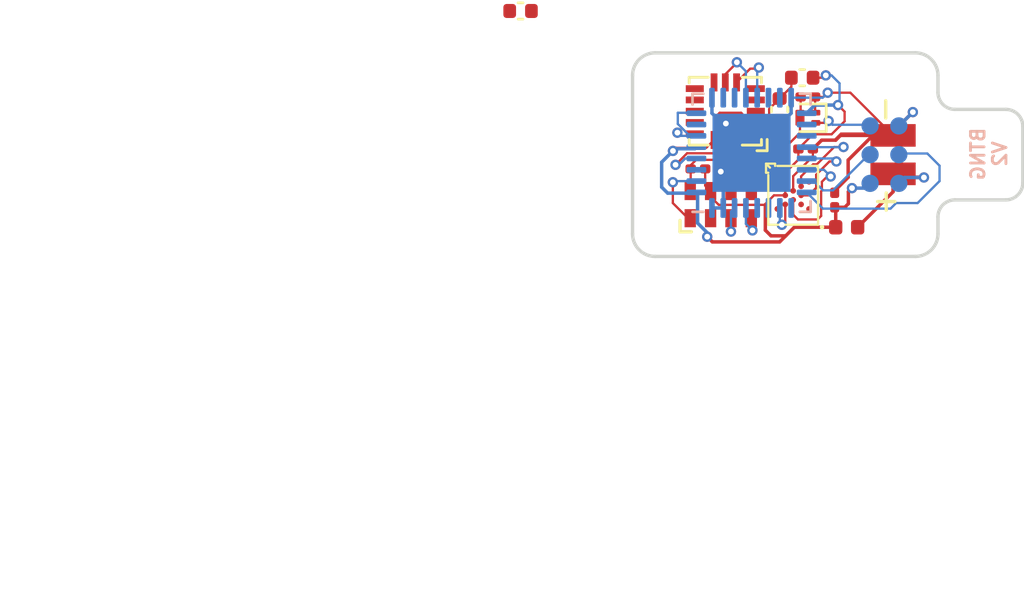
<source format=kicad_pcb>
(kicad_pcb (version 20211014) (generator pcbnew)
  (layers (0 "F.Cu" signal) (31 "B.Cu" signal) (34 "B.Paste" user) (35 "F.Paste" user) (36 "B.SilkS" user "B.Silkscreen") (37 "F.SilkS" user "F.Silkscreen") (38 "B.Mask" user) (39 "F.Mask" user) (44 "Edge.Cuts" user))
  (net 0 "")
  (net 1 "GND")
  (net 2 "VBAT")
  (net 3 "SWDIO")
  (net 4 "SWCLK")
  (net 5 "Net-(C502-Pad1)")
  (net 6 "RST")
  (net 7 "/clkout")
  (net 8 "/SCL")
  (net 9 "/SDA")
  (net 10 "VIN")
  (net 11 "Net-(R1-Pad1)")
  (net 12 "/AT25_MISO")
  (net 13 "/AT25_nCS")
  (net 14 "/AT25_MOSI")
  (net 15 "/AT25_SCK")
  (net 16 "WKUP4")
  (net 17 "ACCEL_CS")
  (net 18 "ACCEL_MISO")
  (net 19 "/ACCEL_SCK")
  (net 20 "ACCEL_MOSI")
  (net 39 "ADXL_SCK")
  (footprint "AccelTag:taghole1.1mm" (layer "F.Cu") (at 140.53 111.671)
    (fp_text reference "J303" hide)
    (fp_text value "Conn_01x01" hide)
    (pad "" np_thru_hole circle locked (at 0 0) (size 1.1 1.1) (drill 1.1) (layers *.Cu *.Mask))
  )
  (footprint "AccelTag:MS621" (layer "F.Cu") (at 150.795 108.441 180)
    (fp_text reference "J401" hide)
    (fp_text value "CONN_01X02" hide)
    (fp_text user "-" (at 0.4 2 90) (layer "F.SilkS"))
    (fp_text user "+" (at 0.3 -2) (layer "F.SilkS"))
    (pad "1" smd rect locked (at 0 -0.85 180) (size 2 1) (layers "F.Cu" "F.Mask") (net 2 "VBAT"))
    (pad "2" smd rect locked (at 0 0.85 180) (size 2 1) (layers "F.Cu" "F.Mask") (net 1 "GND"))
  )
  (footprint "Capacitor_SMD:C_0402_1005Metric" (layer "F.Cu") (at 145.78 106.441 90)
    (fp_text reference "C404" hide)
    (fp_text value "22uf" hide)
    (fp_line (start -0.107836 -0.36) (end 0.107836 -0.36) (layer "F.SilkS") (width 0.12))
    (fp_line (start -0.107836 0.36) (end 0.107836 0.36) (layer "F.SilkS") (width 0.12))
    (pad "1" smd roundrect (at -0.48 0 90) (size 0.56 0.62) (layers "F.Cu" "F.Paste" "F.Mask") (net 10 "VIN"))
    (pad "2" smd roundrect (at 0.48 0 90) (size 0.56 0.62) (layers "F.Cu" "F.Paste" "F.Mask") (net 1 "GND"))
  )
  (footprint "AccelTag:RV-8803-C7" (layer "F.Cu") (at 143.18 110.651 90)
    (fp_text reference "U501" hide)
    (fp_text value "RV-3028-C7" hide)
    (fp_line (start -0.7 -1.8) (end -1.2 -1.8) (layer "F.SilkS") (width 0.15))
    (fp_line (start -1.2 -1.8) (end -1.2 -1.3) (layer "F.SilkS") (width 0.15))
    (pad "1" smd rect locked (at -0.6 -1.35 90) (size 0.8 0.5) (layers "F.Cu" "F.Paste" "F.Mask") (net 7 "/clkout"))
    (pad "2" smd rect locked (at -0.6 -0.45 90) (size 0.8 0.5) (layers "F.Cu" "F.Paste" "F.Mask"))
    (pad "3" smd rect locked (at -0.6 0.45 90) (size 0.8 0.5) (layers "F.Cu" "F.Paste" "F.Mask") (net 8 "/SCL"))
    (pad "4" smd rect locked (at -0.6 1.35 90) (size 0.8 0.5) (layers "F.Cu" "F.Paste" "F.Mask") (net 9 "/SDA"))
    (pad "5" smd rect locked (at 0.6 1.35 90) (size 0.8 0.5) (layers "F.Cu" "F.Paste" "F.Mask") (net 1 "GND"))
    (pad "6" smd rect locked (at 0.6 0.45 90) (size 0.8 0.5) (layers "F.Cu" "F.Paste" "F.Mask") (net 11 "Net-(R1-Pad1)"))
    (pad "7" smd rect locked (at 0.6 -0.45 90) (size 0.8 0.5) (layers "F.Cu" "F.Paste" "F.Mask") (net 10 "VIN"))
    (pad "8" smd rect locked (at 0.6 -1.35 90) (size 0.8 0.5) (layers "F.Cu" "F.Paste" "F.Mask") (net 1 "GND"))
  )
  (footprint "Resistor_SMD:R_0201_0603Metric" (layer "F.Cu") (at 144.175 109.051)
    (fp_text reference "R1" hide)
    (fp_text value "10k" hide)
    (pad "1" smd roundrect (at -0.32 0) (size 0.46 0.4) (layers "F.Cu" "F.Mask") (net 11 "Net-(R1-Pad1)"))
    (pad "2" smd roundrect (at 0.32 0) (size 0.46 0.4) (layers "F.Cu" "F.Mask") (net 1 "GND"))
  )
  (footprint "Capacitor_SMD:C_0201_0603Metric" (layer "F.Cu") (at 148.2144 110.4484 90)
    (fp_text reference "C501" hide)
    (fp_text value "0.1uf" hide)
    (pad "1" smd roundrect (at -0.32 0 90) (size 0.46 0.4) (layers "F.Cu" "F.Mask") (net 10 "VIN"))
    (pad "2" smd roundrect (at 0.32 0 90) (size 0.46 0.4) (layers "F.Cu" "F.Mask") (net 1 "GND"))
  )
  (footprint "Capacitor_SMD:C_0201_0603Metric" (layer "F.Cu") (at 146.93 108.191)
    (fp_text reference "C503" hide)
    (fp_text value "0.1uf" hide)
    (pad "1" smd roundrect (at -0.32 0) (size 0.46 0.4) (layers "F.Cu" "F.Mask") (net 10 "VIN"))
    (pad "2" smd roundrect (at 0.32 0) (size 0.46 0.4) (layers "F.Cu" "F.Mask") (net 1 "GND"))
  )
  (footprint "Diode_SMD:D_0402_1005Metric" (layer "F.Cu") (at 148.745 111.65)
    (fp_text reference "D401" hide)
    (fp_text value "D" hide)
    (fp_circle (center -1.09 0) (end -1.04 0) (layer "F.SilkS") (width 0.1) (fill none))
    (pad "1" smd roundrect locked (at -0.485 0) (size 0.59 0.64) (layers "F.Cu" "F.Paste" "F.Mask") (net 10 "VIN"))
    (pad "2" smd roundrect locked (at 0.485 0) (size 0.59 0.64) (layers "F.Cu" "F.Paste" "F.Mask") (net 2 "VBAT"))
  )
  (footprint "AccelTag:adesto_wlcsp12" (layer "F.Cu") (at 146.38 110.241)
    (fp_text reference "U1" hide)
    (fp_text value "at25ex321D-UUN" hide)
    (fp_line (start -1.2 -1.4) (end -1.025 -1.225) (layer "F.SilkS") (width 0.1))
    (fp_line (start 1.1 1.3) (end 1.1 -1.3) (layer "F.SilkS") (width 0.1))
    (fp_line (start -1.2 -1) (end -1.2 -1.4) (layer "F.SilkS") (width 0.1))
    (fp_line (start -1.1 1.3) (end 1.1 1.3) (layer "F.SilkS") (width 0.1))
    (fp_line (start 1.1 -1.3) (end -0.7 -1.3) (layer "F.SilkS") (width 0.1))
    (fp_line (start -1.1 1.3) (end -1.1 -0.9) (layer "F.SilkS") (width 0.1))
    (fp_line (start -1.2 -1) (end -1.1 -1) (layer "F.SilkS") (width 0.1))
    (fp_line (start -0.8 -1.4) (end -0.8 -1.3) (layer "F.SilkS") (width 0.1))
    (fp_line (start -0.8 -1.4) (end -1.2 -1.4) (layer "F.SilkS") (width 0.1))
    (pad "A1" smd circle locked (at -0.7 -0.6) (size 0.25 0.25) (layers "F.Cu" "F.Paste" "F.Mask"))
    (pad "A5" smd circle locked (at 0.7 -0.6) (size 0.25 0.25) (layers "F.Cu" "F.Paste" "F.Mask"))
    (pad "B2" smd circle locked (at -0.35 -0.4) (size 0.25 0.25) (layers "F.Cu" "F.Paste" "F.Mask") (net 10 "VIN"))
    (pad "B4" smd circle locked (at 0.35 -0.4) (size 0.25 0.25) (layers "F.Cu" "F.Paste" "F.Mask") (net 13 "/AT25_nCS"))
    (pad "C3" smd circle locked (at 0 -0.2) (size 0.25 0.25) (layers "F.Cu" "F.Paste" "F.Mask") (net 1 "GND"))
    (pad "D2" smd circle locked (at -0.35 0) (size 0.25 0.25) (layers "F.Cu" "F.Paste" "F.Mask") (net 10 "VIN"))
    (pad "D4" smd circle locked (at 0.35 0) (size 0.25 0.25) (layers "F.Cu" "F.Paste" "F.Mask") (net 12 "/AT25_MISO"))
    (pad "E3" smd circle locked (at 0 0.2) (size 0.25 0.25) (layers "F.Cu" "F.Paste" "F.Mask") (net 14 "/AT25_MOSI"))
    (pad "F2" smd circle locked (at -0.35 0.4) (size 0.25 0.25) (layers "F.Cu" "F.Paste" "F.Mask") (net 15 "/AT25_SCK"))
    (pad "F4" smd circle locked (at 0.35 0.4) (size 0.25 0.25) (layers "F.Cu" "F.Paste" "F.Mask"))
    (pad "G1" smd circle locked (at -0.7 0.6) (size 0.25 0.25) (layers "F.Cu" "F.Paste" "F.Mask"))
    (pad "G5" smd circle locked (at 0.7 0.6) (size 0.25 0.25) (layers "F.Cu" "F.Paste" "F.Mask"))
  )
  (footprint "Capacitor_SMD:C_0201_0603Metric" (layer "F.Cu") (at 147.03 105.891)
    (fp_text reference "C502" hide)
    (fp_text value "0.1uf" hide)
    (pad "1" smd roundrect (at -0.32 0) (size 0.46 0.4) (layers "F.Cu" "F.Mask") (net 5 "Net-(C502-Pad1)"))
    (pad "2" smd roundrect (at 0.32 0) (size 0.46 0.4) (layers "F.Cu" "F.Mask") (net 1 "GND"))
  )
  (footprint "AccelTag:taghole1.1mm" (layer "F.Cu") (at 140.53 105.191)
    (fp_text reference "J304" hide)
    (fp_text value "Conn_01x01" hide)
    (pad "" np_thru_hole circle locked (at 0 0) (size 1.1 1.1) (drill 1.1) (layers *.Cu *.Mask))
  )
  (footprint "AccelTag:taghole1.1mm" (layer "F.Cu") (at 151.5 111.691)
    (fp_text reference "J301" hide)
    (fp_text value "Conn_01x01" hide)
    (pad "" np_thru_hole circle locked (at 0 0) (size 1.1 1.1) (drill 1.1) (layers *.Cu *.Mask))
  )
  (footprint "AccelTag:taghole1.1mm" (layer "F.Cu") (at 151.5 105.191)
    (fp_text reference "J302" hide)
    (fp_text value "Conn_01x01" hide)
    (pad "" np_thru_hole circle locked (at 0 0) (size 1.1 1.1) (drill 1.1) (layers *.Cu *.Mask))
  )
  (footprint "Package_TO_SOT_SMD:SOT-883" (layer "F.Cu") (at 147.03 106.811 180)
    (fp_text reference "Q501" hide)
    (fp_text value "Q_NPN_BEC" hide)
    (fp_line (start -0.81 -0.61) (end 0.35 -0.61) (layer "F.SilkS") (width 0.12))
    (fp_line (start -0.81 0.61) (end -0.81 -0.61) (layer "F.SilkS") (width 0.12))
    (fp_line (start 0.35 0.61) (end -0.81 0.61) (layer "F.SilkS") (width 0.12))
    (pad "1" smd roundrect (at -0.35 -0.225 180) (size 0.4 0.25) (layers "F.Cu" "F.Paste" "F.Mask") (roundrect_rratio 0.2) (net 6 "RST"))
    (pad "2" smd roundrect (at -0.35 0.225 180) (size 0.4 0.25) (layers "F.Cu" "F.Paste" "F.Mask") (roundrect_rratio 0.2) (net 1 "GND"))
    (pad "3" smd roundrect (at 0.35 0 180) (size 0.4 0.7) (layers "F.Cu" "F.Paste" "F.Mask") (roundrect_rratio 0.125) (net 5 "Net-(C502-Pad1)"))
  )
  (footprint "Capacitor_SMD:C_0201_0603Metric" (layer "F.Cu") (at 142.17 109.071 180)
    (fp_text reference "C2" hide)
    (fp_text value "0.1uf" hide)
    (pad "1" smd roundrect (at -0.32 0 180) (size 0.46 0.4) (layers "F.Cu" "F.Mask") (net 10 "VIN"))
    (pad "2" smd roundrect (at 0.32 0 180) (size 0.46 0.4) (layers "F.Cu" "F.Mask") (net 1 "GND"))
  )
  (footprint "AccelTag:ADXL362" (layer "F.Cu") (at 143.38 106.52115 180)
    (fp_text reference "U2" hide)
    (fp_text value "adxl362" hide)
    (fp_line (start 0.7493 -1.4986) (end 1.59766 -1.4986) (layer "F.SilkS") (width 0.127))
    (fp_line (start 1.59766 1.4986) (end 1.59766 1.24968) (layer "F.SilkS") (width 0.127))
    (fp_line (start -1.59766 -1.4986) (end -1.59766 -1.24968) (layer "F.SilkS") (width 0.127))
    (fp_line (start -1.59766 1.4986) (end -1.59766 1.24968) (layer "F.SilkS") (width 0.127))
    (fp_line (start -0.7493 -1.4986) (end -1.59766 -1.4986) (layer "F.SilkS") (width 0.127))
    (fp_line (start 1.59766 -1.4986) (end 1.59766 -1.24968) (layer "F.SilkS") (width 0.127))
    (fp_line (start -1.84912 -1.24968) (end -1.84912 -1.74752) (layer "F.SilkS") (width 0.127))
    (fp_line (start -0.7493 1.4986) (end -1.59766 1.4986) (layer "F.SilkS") (width 0.127))
    (fp_line (start 0.7493 1.4986) (end 1.59766 1.4986) (layer "F.SilkS") (width 0.127))
    (fp_line (start -1.84912 -1.74752) (end -1.39954 -1.74752) (layer "F.SilkS") (width 0.127))
    (pad "1" smd rect locked (at -1.34874 -0.99822 180) (size 0.79756 0.29972) (layers "F.Cu" "F.Paste" "F.Mask") (net 10 "VIN"))
    (pad "2" smd rect locked (at -1.34874 -0.49784 180) (size 0.79756 0.29972) (layers "F.Cu" "F.Paste" "F.Mask") (net 1 "GND"))
    (pad "3" smd rect locked (at -1.34874 0 180) (size 0.79756 0.29972) (layers "F.Cu" "F.Paste" "F.Mask"))
    (pad "4" smd rect locked (at -1.34874 0.49784 180) (size 0.79756 0.29972) (layers "F.Cu" "F.Paste" "F.Mask") (net 39 "ADXL_SCK"))
    (pad "5" smd rect locked (at -1.34874 0.99822 180) (size 0.79756 0.29972) (layers "F.Cu" "F.Paste" "F.Mask"))
    (pad "6" smd rect locked (at -0.49784 1.27254 270) (size 0.79756 0.29972) (layers "F.Cu" "F.Paste" "F.Mask") (net 20 "ACCEL_MOSI"))
    (pad "7" smd rect locked (at 0 1.27254 270) (size 0.79756 0.29972) (layers "F.Cu" "F.Paste" "F.Mask") (net 18 "ACCEL_MISO"))
    (pad "8" smd rect locked (at 0.49784 1.27254 270) (size 0.79756 0.29972) (layers "F.Cu" "F.Paste" "F.Mask") (net 17 "ACCEL_CS"))
    (pad "9" smd rect locked (at 1.34874 0.99822 180) (size 0.79756 0.29972) (layers "F.Cu" "F.Paste" "F.Mask") (net 16 "WKUP4"))
    (pad "10" smd rect locked (at 1.34874 0.49784 180) (size 0.79756 0.29972) (layers "F.Cu" "F.Paste" "F.Mask"))
    (pad "11" smd rect locked (at 1.34874 0 180) (size 0.79756 0.29972) (layers "F.Cu" "F.Paste" "F.Mask"))
    (pad "12" smd rect locked (at 1.34874 -0.49784 180) (size 0.79756 0.29972) (layers "F.Cu" "F.Paste" "F.Mask") (net 1 "GND"))
    (pad "13" smd rect locked (at 1.34874 -0.99822 180) (size 0.79756 0.29972) (layers "F.Cu" "F.Paste" "F.Mask") (net 1 "GND"))
    (pad "14" smd rect locked (at 0.49784 -1.27254 270) (size 0.79756 0.29972) (layers "F.Cu" "F.Paste" "F.Mask") (net 10 "VIN"))
    (pad "15" smd rect locked (at 0 -1.27254 270) (size 0.79756 0.29972) (layers "F.Cu" "F.Paste" "F.Mask") (net 1 "GND"))
    (pad "16" smd rect locked (at -0.49784 -1.27254 270) (size 0.79756 0.29972) (layers "F.Cu" "F.Paste" "F.Mask") (net 1 "GND"))
  )
  (footprint "Capacitor_SMD:C_0402_1005Metric" (layer "F.Cu") (at 146.78 105.041 180)
    (fp_text reference "C4" hide)
    (fp_text value "22uf" hide)
    (fp_line (start -0.107836 -0.36) (end 0.107836 -0.36) (layer "F.SilkS") (width 0.12))
    (fp_line (start -0.107836 0.36) (end 0.107836 0.36) (layer "F.SilkS") (width 0.12))
    (pad "1" smd roundrect (at -0.48 0 180) (size 0.56 0.62) (layers "F.Cu" "F.Paste" "F.Mask") (net 10 "VIN"))
    (pad "2" smd roundrect (at 0.48 0 180) (size 0.56 0.62) (layers "F.Cu" "F.Paste" "F.Mask") (net 1 "GND"))
  )
  (footprint "Capacitor_SMD:C_0402_1005Metric" (layer "F.Cu") (at 134.33 102.091)
    (fp_text reference "C1" hide)
    (fp_text value "0.1uf")
    (fp_line (start -0.107836 -0.36) (end 0.107836 -0.36) (layer "F.SilkS") (width 0.12))
    (fp_line (start -0.107836 0.36) (end 0.107836 0.36) (layer "F.SilkS") (width 0.12))
    (pad "1" smd roundrect (at -0.48 0) (size 0.56 0.62) (layers "F.Cu" "F.Paste" "F.Mask") (net 10 "VIN"))
    (pad "2" smd roundrect (at 0.48 0) (size 0.56 0.62) (layers "F.Cu" "F.Paste" "F.Mask") (net 1 "GND"))
  )
  (footprint "AccelTag:tagpoints6" (layer "B.Cu") (at 150.415 108.441 90)
    (fp_text reference "J201" hide)
    (fp_text value "CONN_02X04" hide)
    (pad "1" smd circle locked (at -1.27 -0.635 90) (size 0.762 0.762) (layers "B.Cu" "B.Mask") (net 10 "VIN"))
    (pad "2" smd circle locked (at -1.27 0.635 90) (size 0.762 0.762) (layers "B.Cu" "B.Mask") (net 2 "VBAT"))
    (pad "3" smd circle locked (at 0 -0.635 90) (size 0.762 0.762) (layers "B.Cu" "B.Mask") (net 3 "SWDIO"))
    (pad "4" smd circle locked (at 0 0.635 90) (size 0.762 0.762) (layers "B.Cu" "B.Mask") (net 4 "SWCLK"))
    (pad "5" smd circle locked (at 1.27 -0.635 90) (size 0.762 0.762) (layers "B.Cu" "B.Mask") (net 6 "RST"))
    (pad "6" smd circle locked (at 1.27 0.635 90) (size 0.762 0.762) (layers "B.Cu" "B.Mask") (net 1 "GND"))
  )
  (footprint "Package_DFN_QFN:QFN-32-1EP_5x5mm_P0.5mm_EP3.45x3.45mm" (layer "B.Cu") (at 144.54 108.361)
    (fp_text reference "U302" hide)
    (fp_text value "stm32l431kc" hide)
    (fp_line (start 2.61 2.61) (end 2.61 2.135) (layer "B.SilkS") (width 0.12))
    (fp_line (start -2.61 -2.61) (end -2.61 -2.135) (layer "B.SilkS") (width 0.12))
    (fp_line (start 2.135 2.61) (end 2.61 2.61) (layer "B.SilkS") (width 0.12))
    (fp_line (start -2.135 2.61) (end -2.61 2.61) (layer "B.SilkS") (width 0.12))
    (fp_line (start -2.135 -2.61) (end -2.61 -2.61) (layer "B.SilkS") (width 0.12))
    (fp_line (start 2.135 -2.61) (end 2.61 -2.61) (layer "B.SilkS") (width 0.12))
    (fp_line (start 2.61 -2.61) (end 2.61 -2.135) (layer "B.SilkS") (width 0.12))
    (pad "1" smd roundrect (at -2.4375 1.75) (size 0.875 0.25) (layers "B.Cu" "B.Paste" "B.Mask") (net 10 "VIN"))
    (pad "2" smd roundrect (at -2.4375 1.25) (size 0.875 0.25) (layers "B.Cu" "B.Paste" "B.Mask") (net 7 "/clkout"))
    (pad "3" smd roundrect (at -2.4375 0.75) (size 0.875 0.25) (layers "B.Cu" "B.Paste" "B.Mask"))
    (pad "4" smd roundrect (at -2.4375 0.25) (size 0.875 0.25) (layers "B.Cu" "B.Paste" "B.Mask") (net 5 "Net-(C502-Pad1)"))
    (pad "5" smd roundrect (at -2.4375 -0.25) (size 0.875 0.25) (layers "B.Cu" "B.Paste" "B.Mask") (net 10 "VIN"))
    (pad "6" smd roundrect (at -2.4375 -0.75) (size 0.875 0.25) (layers "B.Cu" "B.Paste" "B.Mask") (net 16 "WKUP4"))
    (pad "7" smd roundrect (at -2.4375 -1.25) (size 0.875 0.25) (layers "B.Cu" "B.Paste" "B.Mask"))
    (pad "8" smd roundrect (at -2.4375 -1.75) (size 0.875 0.25) (layers "B.Cu" "B.Paste" "B.Mask") (net 16 "WKUP4"))
    (pad "9" smd roundrect (at -1.75 -2.4375) (size 0.25 0.875) (layers "B.Cu" "B.Paste" "B.Mask") (net 1 "GND"))
    (pad "10" smd roundrect (at -1.25 -2.4375) (size 0.25 0.875) (layers "B.Cu" "B.Paste" "B.Mask") (net 17 "ACCEL_CS"))
    (pad "11" smd roundrect (at -0.75 -2.4375) (size 0.25 0.875) (layers "B.Cu" "B.Paste" "B.Mask") (net 19 "/ACCEL_SCK"))
    (pad "12" smd roundrect (at -0.25 -2.4375) (size 0.25 0.875) (layers "B.Cu" "B.Paste" "B.Mask") (net 18 "ACCEL_MISO"))
    (pad "13" smd roundrect (at 0.25 -2.4375) (size 0.25 0.875) (layers "B.Cu" "B.Paste" "B.Mask") (net 20 "ACCEL_MOSI"))
    (pad "14" smd roundrect (at 0.75 -2.4375) (size 0.25 0.875) (layers "B.Cu" "B.Paste" "B.Mask"))
    (pad "15" smd roundrect (at 1.25 -2.4375) (size 0.25 0.875) (layers "B.Cu" "B.Paste" "B.Mask"))
    (pad "16" smd roundrect (at 1.75 -2.4375) (size 0.25 0.875) (layers "B.Cu" "B.Paste" "B.Mask") (net 1 "GND"))
    (pad "17" smd roundrect (at 2.4375 -1.75) (size 0.875 0.25) (layers "B.Cu" "B.Paste" "B.Mask") (net 10 "VIN"))
    (pad "18" smd roundrect (at 2.4375 -1.25) (size 0.875 0.25) (layers "B.Cu" "B.Paste" "B.Mask"))
    (pad "19" smd roundrect (at 2.4375 -0.75) (size 0.875 0.25) (layers "B.Cu" "B.Paste" "B.Mask"))
    (pad "20" smd roundrect (at 2.4375 -0.25) (size 0.875 0.25) (layers "B.Cu" "B.Paste" "B.Mask") (net 13 "/AT25_nCS"))
    (pad "21" smd roundrect (at 2.4375 0.25) (size 0.875 0.25) (layers "B.Cu" "B.Paste" "B.Mask") (net 12 "/AT25_MISO"))
    (pad "22" smd roundrect (at 2.4375 0.75) (size 0.875 0.25) (layers "B.Cu" "B.Paste" "B.Mask") (net 14 "/AT25_MOSI"))
    (pad "23" smd roundrect (at 2.4375 1.25) (size 0.875 0.25) (layers "B.Cu" "B.Paste" "B.Mask") (net 3 "SWDIO"))
    (pad "24" smd roundrect (at 2.4375 1.75) (size 0.875 0.25) (layers "B.Cu" "B.Paste" "B.Mask") (net 4 "SWCLK"))
    (pad "25" smd roundrect (at 1.75 2.4375) (size 0.25 0.875) (layers "B.Cu" "B.Paste" "B.Mask"))
    (pad "26" smd roundrect (at 1.25 2.4375) (size 0.25 0.875) (layers "B.Cu" "B.Paste" "B.Mask") (net 15 "/AT25_SCK"))
    (pad "27" smd roundrect (at 0.75 2.4375) (size 0.25 0.875) (layers "B.Cu" "B.Paste" "B.Mask"))
    (pad "28" smd roundrect (at 0.25 2.4375) (size 0.25 0.875) (layers "B.Cu" "B.Paste" "B.Mask"))
    (pad "29" smd roundrect (at -0.25 2.4375) (size 0.25 0.875) (layers "B.Cu" "B.Paste" "B.Mask") (net 9 "/SDA"))
    (pad "30" smd roundrect (at -0.75 2.4375) (size 0.25 0.875) (layers "B.Cu" "B.Paste" "B.Mask") (net 8 "/SCL"))
    (pad "31" smd roundrect (at -1.25 2.4375) (size 0.25 0.875) (layers "B.Cu" "B.Paste" "B.Mask") (net 1 "GND"))
    (pad "32" smd roundrect (at -1.75 2.4375) (size 0.25 0.875) (layers "B.Cu" "B.Paste" "B.Mask") (net 1 "GND"))
    (pad "33" smd rect (at 0 0) (size 3.45 3.45) (layers "B.Cu" "B.Mask") (net 1 "GND"))
  )
  (gr_line (start 139.28 111.941) (end 139.28 104.941) (layer "Edge.Cuts") (width 0.15))
  (gr_line (start 152.78 104.941) (end 152.78 105.691) (layer "Edge.Cuts") (width 0.15))
  (gr_line (start 156.53 107.191) (end 156.53 109.691) (layer "Edge.Cuts") (width 0.15))
  (gr_line (start 152.78 111.941) (end 152.78 111.191) (layer "Edge.Cuts") (width 0.15))
  (gr_arc (start 156.53 109.691) (mid 156.31033 110.22133) (end 155.78 110.441) (layer "Edge.Cuts") (width 0.15))
  (gr_arc (start 151.78 103.941) (mid 152.487107 104.233893) (end 152.78 104.941) (layer "Edge.Cuts") (width 0.15))
  (gr_arc (start 153.53 106.441) (mid 152.99967 106.22133) (end 152.78 105.691) (layer "Edge.Cuts") (width 0.15))
  (gr_line (start 153.53 110.441) (end 155.78 110.441) (layer "Edge.Cuts") (width 0.15))
  (gr_arc (start 152.78 111.191) (mid 152.99967 110.66067) (end 153.53 110.441) (layer "Edge.Cuts") (width 0.15))
  (gr_arc (start 152.78 111.941) (mid 152.487107 112.648107) (end 151.78 112.941) (layer "Edge.Cuts") (width 0.15))
  (gr_line (start 153.53 106.441) (end 155.78 106.441) (layer "Edge.Cuts") (width 0.15))
  (gr_arc (start 139.28 104.941) (mid 139.572893 104.233893) (end 140.28 103.941) (layer "Edge.Cuts") (width 0.15))
  (gr_arc (start 155.78 106.441) (mid 156.31033 106.66067) (end 156.53 107.191) (layer "Edge.Cuts") (width 0.15))
  (gr_line (start 140.28 103.941) (end 151.78 103.941) (layer "Edge.Cuts") (width 0.15))
  (gr_line (start 151.78 112.941) (end 140.28 112.941) (layer "Edge.Cuts") (width 0.15))
  (gr_arc (start 140.28 112.941) (mid 139.572893 112.648107) (end 139.28 111.941) (layer "Edge.Cuts") (width 0.15))
  (gr_text "BTNG\nV2" (at 155.03 108.411 90) (layer "B.SilkS") (effects (font (size 0.6 0.6) (thickness 0.125)) (justify mirror)))
  (segment (start 142.09 108.671) (end 143.05 108.671) (width 0.1016) (layer "F.Cu") (net 1))
  (segment (start 147.641 107.795) (end 147.641 107.8) (width 0.1016) (layer "F.Cu") (net 1))
  (segment (start 143.405 107.066) (end 143.405 107.32085) (width 0.1016) (layer "F.Cu") (net 1))
  (segment (start 143.05 108.671) (end 143.05 109.061) (width 0.1016) (layer "F.Cu") (net 1))
  (segment (start 143.38 107.79369) (end 143.38 107.091) (width 0.1016) (layer "F.Cu") (net 1))
  (segment (start 149.9 107.591) (end 148.81 108.681) (width 0.1524) (layer "F.Cu") (net 1))
  (segment (start 148.471268 107.591) (end 150.795 107.591) (width 0.1524) (layer "F.Cu") (net 1))
  (segment (start 144.495 109.051) (end 144.495 109.986) (width 0.1016) (layer "F.Cu") (net 1))
  (segment (start 143.38 107.091) (end 143.405 107.066) (width 0.1016) (layer "F.Cu") (net 1))
  (segment (start 150.84 107.511) (end 148.494375 107.511) (width 0.1016) (layer "F.Cu") (net 1))
  (segment (start 145.3176 106.4234) (end 145.78 105.961) (width 0.1016) (layer "F.Cu") (net 1))
  (segment (start 143.05 109.061) (end 143.18 109.191) (width 0.1016) (layer "F.Cu") (net 1))
  (segment (start 148.494375 107.511) (end 148.210375 107.795) (width 0.1016) (layer "F.Cu") (net 1))
  (segment (start 143.18 109.191) (end 143.18 109.085171) (width 0.1016) (layer "F.Cu") (net 1))
  (segment (start 147.25 108.191) (end 147.25 108.521) (width 0.1016) (layer "F.Cu") (net 1))
  (segment (start 141.85 108.911) (end 142.09 108.671) (width 0.1016) (layer "F.Cu") (net 1))
  (segment (start 150.795 107.591) (end 150.795 107.436) (width 0.1524) (layer "F.Cu") (net 1))
  (segment (start 147.25 108.191) (end 147.64 107.801) (width 0.1524) (layer "F.Cu") (net 1))
  (segment (start 148.261268 107.801) (end 148.471268 107.591) (width 0.1524) (layer "F.Cu") (net 1))
  (segment (start 146.38 109.391) (end 146.38 110.041) (width 0.1016) (layer "F.Cu") (net 1))
  (segment (start 143.53 106.941) (end 143.405 107.066) (width 0.1016) (layer "F.Cu") (net 1))
  (segment (start 147.35 106.556) (end 147.38 106.586) (width 0.1016) (layer "F.Cu") (net 1))
  (segment (start 144.38 108.6355) (end 144.495 108.7505) (width 0.1016) (layer "F.Cu") (net 1))
  (segment (start 143.629671 108.6355) (end 144.38 108.6355) (width 0.1016) (layer "F.Cu") (net 1))
  (segment (start 147.641 107.8) (end 147.25 108.191) (width 0.1016) (layer "F.Cu") (net 1))
  (segment (start 150.795 107.591) (end 149.9 107.591) (width 0.1524) (layer "F.Cu") (net 1))
  (segment (start 147.718934 105.891) (end 147.906337 105.703597) (width 0.1016) (layer "F.Cu") (net 1))
  (segment (start 145.22912 107.01899) (end 145.3176 106.93051) (width 0.1016) (layer "F.Cu") (net 1))
  (segment (start 147.64 107.801) (end 148.261268 107.801) (width 0.1524) (layer "F.Cu") (net 1))
  (segment (start 148.2144 110.1284) (end 148.2144 110.040021) (width 0.1524) (layer "F.Cu") (net 1))
  (segment (start 148.81 109.444421) (end 148.81 108.681) (width 0.1524) (layer "F.Cu") (net 1))
  (segment (start 141.85 109.071) (end 141.85 109.931) (width 0.1016) (layer "F.Cu") (net 1))
  (segment (start 141.85 109.931) (end 141.73 110.051) (width 0.1016) (layer "F.Cu") (net 1))
  (segment (start 150.79 107.361) (end 150.64 107.511) (width 0.1016) (layer "F.Cu") (net 1))
  (segment (start 148.2144 110.040021) (end 148.81 109.444421) (width 0.1524) (layer "F.Cu") (net 1))
  (segment (start 148.907597 105.703597) (end 150.795 107.591) (width 0.1016) (layer "F.Cu") (net 1))
  (segment (start 141.85 109.001) (end 141.85 109.000171) (width 0.1016) (layer "F.Cu") (net 1))
  (segment (start 147.906337 105.703597) (end 148.907597 105.703597) (width 0.1016) (layer "F.Cu") (net 1))
  (segment (start 146.3 105.441) (end 145.78 105.961) (width 0.1016) (layer "F.Cu") (net 1))
  (segment (start 149.956 107.511) (end 150.84 107.511) (width 0.1016) (layer "F.Cu") (net 1))
  (segment (start 147.35 105.891) (end 147.718934 105.891) (width 0.1016) (layer "F.Cu") (net 1))
  (segment (start 150.795 107.436) (end 151.67 106.561) (width 0.1524) (layer "F.Cu") (net 1))
  (segment (start 144.72874 107.01899) (end 145.22912 107.01899) (width 0.1016) (layer "F.Cu") (net 1))
  (segment (start 146.3 105.041) (end 146.3 105.441) (width 0.1016) (layer "F.Cu") (net 1))
  (segment (start 143.18 109.085171) (end 143.629671 108.6355) (width 0.1016) (layer "F.Cu") (net 1))
  (segment (start 145.3176 106.93051) (end 145.3176 106.4234) (width 0.1016) (layer "F.Cu") (net 1))
  (segment (start 148.210375 107.795) (end 147.641 107.795) (width 0.1016) (layer "F.Cu") (net 1))
  (segment (start 147.25 108.521) (end 146.38 109.391) (width 0.1016) (layer "F.Cu") (net 1))
  (segment (start 144.495 108.7505) (end 144.495 109.051) (width 0.1016) (layer "F.Cu") (net 1))
  (segment (start 143.405 107.32085) (end 143.87784 107.79369) (width 0.1016) (layer "F.Cu") (net 1))
  (segment (start 147.35 105.891) (end 147.35 106.556) (width 0.1016) (layer "F.Cu") (net 1))
  (segment (start 141.85 109.071) (end 141.85 108.911) (width 0.1016) (layer "F.Cu") (net 1))
  (via (at 151.67 106.561) (size 0.4572) (drill 0.254) (layers "F.Cu" "B.Cu") (net 1))
  (via (at 147.906337 105.703597) (size 0.4572) (drill 0.254) (layers "F.Cu" "B.Cu") (net 1))
  (via (at 143.405 107.066) (size 0.4572) (drill 0.254) (layers "F.Cu" "B.Cu") (net 1))
  (via (at 143.18 109.191) (size 0.4572) (drill 0.254) (layers "F.Cu" "B.Cu") (net 1))
  (segment (start 143.29 109.611) (end 144.54 108.361) (width 0.1524) (layer "B.Cu") (net 1))
  (segment (start 146.29 105.9235) (end 146.29 106.611) (width 0.1524) (layer "B.Cu") (net 1))
  (segment (start 142.79 105.9235) (end 142.79 106.611) (width 0.1524) (layer "B.Cu") (net 1))
  (segment (start 142.79 110.7985) (end 143.29 110.7985) (width 0.1524) (layer "B.Cu") (net 1))
  (segment (start 151.06 107.171) (end 151.67 106.561) (width 0.1524) (layer "B.Cu") (net 1))
  (segment (start 143.29 110.7985) (end 143.29 109.611) (width 0.1524) (layer "B.Cu") (net 1))
  (segment (start 151.05 107.171) (end 151.06 107.171) (width 0.1524) (layer "B.Cu") (net 1))
  (segment (start 146.29 105.9235) (end 147.686434 105.9235) (width 0.1016) (layer "B.Cu") (net 1))
  (segment (start 146.29 106.611) (end 144.54 108.361) (width 0.1524) (layer "B.Cu") (net 1))
  (segment (start 147.686434 105.9235) (end 147.906337 105.703597) (width 0.1016) (layer "B.Cu") (net 1))
  (segment (start 142.79 106.611) (end 144.54 108.361) (width 0.1524) (layer "B.Cu") (net 1))
  (segment (start 151.11 107.121) (end 151.67 106.561) (width 0.1016) (layer "B.Cu") (net 1))
  (segment (start 150.795 109.291) (end 150.795 110.085) (width 0.1524) (layer "F.Cu") (net 2))
  (segment (start 150.84 109.211) (end 150.655 109.211) (width 0.1016) (layer "F.Cu") (net 2))
  (segment (start 150.985 109.411) (end 150.825 109.251) (width 0.1016) (layer "F.Cu") (net 2))
  (segment (start 150.795 110.085) (end 149.23 111.65) (width 0.1524) (layer "F.Cu") (net 2))
  (segment (start 150.955 109.451) (end 150.795 109.291) (width 0.1524) (layer "F.Cu") (net 2))
  (segment (start 150.69 109.261) (end 150.64 109.211) (width 0.1016) (layer "F.Cu") (net 2))
  (segment (start 152.19 109.411) (end 150.985 109.411) (width 0.1016) (layer "F.Cu") (net 2))
  (segment (start 152.16 109.451) (end 150.955 109.451) (width 0.1524) (layer "F.Cu") (net 2))
  (via (at 152.16 109.451) (size 0.4572) (drill 0.254) (layers "F.Cu" "B.Cu") (net 2))
  (segment (start 152.16 109.451) (end 151.31 109.451) (width 0.1524) (layer "B.Cu") (net 2))
  (segment (start 151.31 109.451) (end 151.05 109.711) (width 0.1524) (layer "B.Cu") (net 2))
  (segment (start 147.294661 109.611) (end 146.9775 109.611) (width 0.1016) (layer "B.Cu") (net 3))
  (segment (start 148.13937 110.020537) (end 147.704198 110.020537) (width 0.1016) (layer "B.Cu") (net 3))
  (segment (start 147.704198 110.020537) (end 147.294661 109.611) (width 0.1016) (layer "B.Cu") (net 3))
  (segment (start 149.768907 108.391) (end 148.13937 110.020537) (width 0.1016) (layer "B.Cu") (net 3))
  (segment (start 152.31 108.391) (end 152.85 108.931) (width 0.1016) (layer "B.Cu") (net 4))
  (segment (start 151.88 110.581) (end 150.93 110.581) (width 0.1016) (layer "B.Cu") (net 4))
  (segment (start 151.11 108.391) (end 152.31 108.391) (width 0.1016) (layer "B.Cu") (net 4))
  (segment (start 152.85 108.931) (end 152.85 109.611) (width 0.1016) (layer "B.Cu") (net 4))
  (segment (start 152.85 109.611) (end 151.88 110.581) (width 0.1016) (layer "B.Cu") (net 4))
  (segment (start 147.694492 110.827992) (end 146.9775 110.111) (width 0.1016) (layer "B.Cu") (net 4))
  (segment (start 150.683008 110.827992) (end 147.694492 110.827992) (width 0.1016) (layer "B.Cu") (net 4))
  (segment (start 150.93 110.581) (end 150.683008 110.827992) (width 0.1016) (layer "B.Cu") (net 4))
  (segment (start 146.71 106.781) (end 146.68 106.811) (width 0.1016) (layer "F.Cu") (net 5))
  (segment (start 141.6895 108.3815) (end 145.773671 108.3815) (width 0.1016) (layer "F.Cu") (net 5))
  (segment (start 146.71 105.891) (end 146.71 106.781) (width 0.1016) (layer "F.Cu") (net 5))
  (segment (start 146.68 107.475171) (end 146.68 106.811) (width 0.1016) (layer "F.Cu") (net 5))
  (segment (start 145.773671 108.3815) (end 146.68 107.475171) (width 0.1016) (layer "F.Cu") (net 5))
  (segment (start 141.18 108.891) (end 141.6895 108.3815) (width 0.1016) (layer "F.Cu") (net 5))
  (via (at 141.18 108.891) (size 0.4572) (drill 0.254) (layers "F.Cu" "B.Cu") (net 5))
  (segment (start 142.1025 108.611) (end 141.610137 108.611) (width 0.1016) (layer "B.Cu") (net 5))
  (segment (start 141.610137 108.611) (end 141.397722 108.823415) (width 0.1016) (layer "B.Cu") (net 5))
  (segment (start 147.86253 107.036) (end 147.946007 106.952523) (width 0.1016) (layer "F.Cu") (net 6))
  (segment (start 147.38 107.036) (end 147.86253 107.036) (width 0.1016) (layer "F.Cu") (net 6))
  (via (at 147.946007 106.952523) (size 0.4572) (drill 0.254) (layers "F.Cu" "B.Cu") (net 6))
  (segment (start 148.114484 107.121) (end 147.946007 106.952523) (width 0.1016) (layer "B.Cu") (net 6))
  (segment (start 149.84 107.121) (end 148.114484 107.121) (width 0.1016) (layer "B.Cu") (net 6))
  (segment (start 141.061398 110.582398) (end 141.73 111.251) (width 0.1016) (layer "F.Cu") (net 7))
  (segment (start 141.061398 109.661) (end 141.061398 110.582398) (width 0.1016) (layer "F.Cu") (net 7))
  (via (at 141.061398 109.661) (size 0.4572) (drill 0.254) (layers "F.Cu" "B.Cu") (net 7))
  (segment (start 142.1025 109.611) (end 141.111398 109.611) (width 0.1016) (layer "B.Cu") (net 7))
  (segment (start 141.111398 109.611) (end 141.061398 109.661) (width 0.1016) (layer "B.Cu") (net 7))
  (segment (start 143.63 111.251) (end 143.63 111.841) (width 0.1016) (layer "F.Cu") (net 8))
  (via (at 143.63 111.841) (size 0.4572) (drill 0.254) (layers "F.Cu" "B.Cu") (net 8))
  (segment (start 143.63 111.841) (end 143.63 110.9585) (width 0.1016) (layer "B.Cu") (net 8))
  (segment (start 143.63 110.9585) (end 143.79 110.7985) (width 0.1016) (layer "B.Cu") (net 8))
  (segment (start 144.53 111.251) (end 144.53 111.741) (width 0.1016) (layer "F.Cu") (net 9))
  (segment (start 144.53 111.741) (end 144.58 111.791) (width 0.1016) (layer "F.Cu") (net 9))
  (via (at 144.58 111.791) (size 0.4572) (drill 0.254) (layers "F.Cu" "B.Cu") (net 9))
  (segment (start 144.29 111.501) (end 144.29 110.7985) (width 0.1016) (layer "B.Cu") (net 9))
  (segment (start 144.58 111.791) (end 144.29 111.501) (width 0.1016) (layer "B.Cu") (net 9))
  (segment (start 144.08 106.591) (end 143.13 106.591) (width 0.1016) (layer "F.Cu") (net 10))
  (segment (start 148.98 109.921) (end 148.82 110.081) (width 0.1524) (layer "F.Cu") (net 10))
  (segment (start 143.13 106.591) (end 142.88216 106.83884) (width 0.1016) (layer "F.Cu") (net 10))
  (segment (start 145.4 112.031) (end 145.1495 111.7805) (width 0.1524) (layer "F.Cu") (net 10))
  (segment (start 148.653701 106.967299) (end 148.653701 106.542099) (width 0.1016) (layer "F.Cu") (net 10))
  (segment (start 148.26 111.65) (end 146.431 111.65) (width 0.1524) (layer "F.Cu") (net 10))
  (segment (start 144.13 107.27369) (end 144.13 106.641) (width 0.1016) (layer "F.Cu") (net 10))
  (segment (start 142.63 110.201) (end 143.0895 110.6605) (width 0.1016) (layer "F.Cu") (net 10))
  (segment (start 148.653701 106.542099) (end 148.361602 106.25) (width 0.1016) (layer "F.Cu") (net 10))
  (segment (start 146.03 110.241) (end 146.03 109.841) (width 0.1016) (layer "F.Cu") (net 10))
  (segment (start 145.1495 110.6605) (end 145.1495 110.6215) (width 0.1016) (layer "F.Cu") (net 10))
  (segment (start 147.26 105.041) (end 147.719093 105.041) (width 0.1016) (layer "F.Cu") (net 10))
  (segment (start 145.18163 107.51937) (end 144.72874 107.51937) (width 0.1016) (layer "F.Cu") (net 10))
  (segment (start 145.1495 111.7805) (end 145.1495 110.6605) (width 0.1524) (layer "F.Cu") (net 10))
  (segment (start 146.6745 108.120671) (end 147.254171 107.541) (width 0.1016) (layer "F.Cu") (net 10))
  (segment (start 142.58 112.069602) (end 142.808598 112.2982) (width 0.1524) (layer "F.Cu") (net 10))
  (segment (start 141.201542 108.141) (end 141.065771 108.276771) (width 0.1016) (layer "F.Cu") (net 10))
  (segment (start 148.6626 110.7684) (end 148.2144 110.7684) (width 0.1524) (layer "F.Cu") (net 10))
  (segment (start 146.03 109.841) (end 146.03 109.241) (width 0.1016) (layer "F.Cu") (net 10))
  (segment (start 146.05 112.031) (end 145.4 112.031) (width 0.1524) (layer "F.Cu") (net 10))
  (segment (start 148.82 110.611) (end 148.6626 110.7684) (width 0.1524) (layer "F.Cu") (net 10))
  (segment (start 148.26 111.65) (end 148.26 110.814) (width 0.1524) (layer "F.Cu") (net 10))
  (segment (start 144.13 106.641) (end 144.08 106.591) (width 0.1016) (layer "F.Cu") (net 10))
  (segment (start 142.63 110.051) (end 142.63 110.201) (width 0.1016) (layer "F.Cu") (net 10))
  (segment (start 146.03 109.241) (end 146.61 108.661) (width 0.1016) (layer "F.Cu") (net 10))
  (segment (start 147.719093 105.041) (end 147.82209 104.938003) (width 0.1016) (layer "F.Cu") (net 10))
  (segment (start 146.61 108.661) (end 146.61 108.191) (width 0.1016) (layer "F.Cu") (net 10))
  (segment (start 144.72874 107.51937) (end 144.37568 107.51937) (width 0.1016) (layer "F.Cu") (net 10))
  (segment (start 142.49 109.811) (end 142.73 110.051) (width 0.1016) (layer "F.Cu") (net 10))
  (segment (start 144.37568 107.51937) (end 144.13 107.27369) (width 0.1016) (layer "F.Cu") (net 10))
  (segment (start 145.1495 110.6215) (end 145.53 110.241) (width 0.1016) (layer "F.Cu") (net 10))
  (segment (start 142.88216 107.79369) (end 142.53485 108.141) (width 0.1016) (layer "F.Cu") (net 10))
  (segment (start 148.82 110.081) (end 148.82 110.611) (width 0.1524) (layer "F.Cu") (net 10))
  (segment (start 142.53485 108.141) (end 141.201542 108.141) (width 0.1016) (layer "F.Cu") (net 10))
  (segment (start 142.808598 112.2982) (end 145.7828 112.2982) (width 0.1524) (layer "F.Cu") (net 10))
  (segment (start 148.08 107.541) (end 148.653701 106.967299) (width 0.1016) (layer "F.Cu") (net 10))
  (segment (start 146.431 111.65) (end 146.05 112.031) (width 0.1524) (layer "F.Cu") (net 10))
  (segment (start 145.7828 112.2982) (end 146.05 112.031) (width 0.1524) (layer "F.Cu") (net 10))
  (segment (start 142.49 109.071) (end 142.49 109.811) (width 0.1016) (layer "F.Cu") (net 10))
  (segment (start 145.53 110.241) (end 146.03 110.241) (width 0.1016) (layer "F.Cu") (net 10))
  (segment (start 142.88216 106.83884) (end 142.88216 107.79369) (width 0.1016) (layer "F.Cu") (net 10))
  (segment (start 143.0895 110.6605) (end 145.1495 110.6605) (width 0.1016) (layer "F.Cu") (net 10))
  (segment (start 146.6745 108.1215) (end 146.6745 108.120671) (width 0.1016) (layer "F.Cu") (net 10))
  (segment (start 147.254171 107.541) (end 148.08 107.541) (width 0.1016) (layer "F.Cu") (net 10))
  (segment (start 145.78 106.921) (end 145.18163 107.51937) (width 0.1016) (layer "F.Cu") (net 10))
  (segment (start 148.26 110.814) (end 148.2144 110.7684) (width 0.1524) (layer "F.Cu") (net 10))
  (via (at 141.065771 108.276771) (size 0.4572) (drill 0.254) (layers "F.Cu" "B.Cu") (net 10))
  (via (at 148.98 109.921) (size 0.4572) (drill 0.254) (layers "F.Cu" "B.Cu") (net 10))
  (via (at 142.58 112.069602) (size 0.4572) (drill 0.254) (layers "F.Cu" "B.Cu") (net 10))
  (via (at 147.82209 104.938003) (size 0.4572) (drill 0.254) (layers "F.Cu" "B.Cu") (net 10))
  (via (at 148.361602 106.25) (size 0.4572) (drill 0.254) (layers "F.Cu" "B.Cu") (net 10))
  (segment (start 142.032975 108.180525) (end 142.1025 108.111) (width 0.1524) (layer "B.Cu") (net 10))
  (segment (start 148.98 109.921) (end 149.57 109.921) (width 0.1524) (layer "B.Cu") (net 10))
  (segment (start 142.1025 110.111) (end 142.155 110.1635) (width 0.1524) (layer "B.Cu") (net 10))
  (segment (start 148.43 106.181602) (end 148.361602 106.25) (width 0.1016) (layer "B.Cu") (net 10))
  (segment (start 140.565771 108.77677) (end 140.565771 109.876771) (width 0.1524) (layer "B.Cu") (net 10))
  (segment (start 147.82209 104.938003) (end 148.077003 104.938003) (width 0.1016) (layer "B.Cu") (net 10))
  (segment (start 142.58 111.891) (end 142.58 112.069602) (width 0.1524) (layer "B.Cu") (net 10))
  (segment (start 140.8326 110.1436) (end 142.0699 110.1436) (width 0.1016) (layer "B.Cu") (net 10))
  (segment (start 148.077003 104.938003) (end 148.43 105.291) (width 0.1016) (layer "B.Cu") (net 10))
  (segment (start 147.3385 106.25) (end 148.361602 106.25) (width 0.1524) (layer "B.Cu") (net 10))
  (segment (start 141.162016 108.180525) (end 141.065771 108.276771) (width 0.1524) (layer "B.Cu") (net 10))
  (segment (start 142.155 111.466) (end 142.58 111.891) (width 0.1524) (layer "B.Cu") (net 10))
  (segment (start 140.565771 109.876771) (end 140.8326 110.1436) (width 0.1524) (layer "B.Cu") (net 10))
  (segment (start 141.065771 108.276771) (end 140.565771 108.77677) (width 0.1524) (layer "B.Cu") (net 10))
  (segment (start 140.8326 110.1436) (end 141.6726 110.1436) (width 0.1524) (layer "B.Cu") (net 10))
  (segment (start 142.0699 110.1436) (end 142.1025 110.111) (width 0.1016) (layer "B.Cu") (net 10))
  (segment (start 141.162016 108.180525) (end 142.032975 108.180525) (width 0.1524) (layer "B.Cu") (net 10))
  (segment (start 146.9775 106.611) (end 147.3385 106.25) (width 0.1524) (layer "B.Cu") (net 10))
  (segment (start 142.155 110.1635) (end 142.155 111.466) (width 0.1524) (layer "B.Cu") (net 10))
  (segment (start 149.57 109.921) (end 149.78 109.711) (width 0.1524) (layer "B.Cu") (net 10))
  (segment (start 148.43 105.291) (end 148.43 106.181602) (width 0.1016) (layer "B.Cu") (net 10))
  (segment (start 143.855 109.726) (end 143.53 110.051) (width 0.1016) (layer "F.Cu") (net 11))
  (segment (start 143.855 109.051) (end 143.855 109.726) (width 0.1016) (layer "F.Cu") (net 11))
  (segment (start 146.73 110.241) (end 147.061621 110.241) (width 0.1016) (layer "F.Cu") (net 12))
  (segment (start 147.3955 109.9255) (end 147.3955 109.329724) (width 0.1016) (layer "F.Cu") (net 12))
  (segment (start 147.361621 109.959379) (end 147.3955 109.9255) (width 0.1016) (layer "F.Cu") (net 12))
  (segment (start 147.361621 109.941) (end 147.361621 109.959379) (width 0.1016) (layer "F.Cu") (net 12))
  (segment (start 147.061621 110.241) (end 147.361621 109.941) (width 0.1016) (layer "F.Cu") (net 12))
  (segment (start 147.3955 109.329724) (end 147.982783 108.742441) (width 0.1016) (layer "F.Cu") (net 12))
  (segment (start 147.982783 108.742441) (end 148.289945 108.742441) (width 0.1016) (layer "F.Cu") (net 12))
  (via (at 148.289945 108.742441) (size 0.4572) (drill 0.254) (layers "F.Cu" "B.Cu") (net 12))
  (segment (start 148.158504 108.611) (end 148.289945 108.742441) (width 0.1016) (layer "B.Cu") (net 12))
  (segment (start 146.9775 108.611) (end 148.158504 108.611) (width 0.1016) (layer "B.Cu") (net 12))
  (segment (start 146.73 109.40021) (end 146.73 109.841) (width 0.1016) (layer "F.Cu") (net 13))
  (segment (start 147.259454 108.870756) (end 147.425 108.870756) (width 0.1016) (layer "F.Cu") (net 13))
  (segment (start 148.191259 108.104497) (end 148.60435 108.104497) (width 0.1016) (layer "F.Cu") (net 13))
  (segment (start 147.425 108.870756) (end 148.191259 108.104497) (width 0.1016) (layer "F.Cu") (net 13))
  (segment (start 147.259454 108.870756) (end 146.73 109.40021) (width 0.1016) (layer "F.Cu") (net 13))
  (via (at 148.60435 108.104497) (size 0.4572) (drill 0.254) (layers "F.Cu" "B.Cu") (net 13))
  (segment (start 148.597847 108.111) (end 148.60435 108.104497) (width 0.1016) (layer "B.Cu") (net 13))
  (segment (start 146.9775 108.111) (end 148.597847 108.111) (width 0.1016) (layer "B.Cu") (net 13))
  (segment (start 147.615621 110.064589) (end 147.6495 110.03071) (width 0.1016) (layer "F.Cu") (net 14))
  (segment (start 147.615621 110.064589) (end 147.615621 111.150379) (width 0.1016) (layer "F.Cu") (net 14))
  (segment (start 147.459499 111.306501) (end 147.615621 111.150379) (width 0.1016) (layer "F.Cu") (net 14))
  (segment (start 146.38 111.096) (end 146.590501 111.306501) (width 0.1016) (layer "F.Cu") (net 14))
  (segment (start 146.590501 111.306501) (end 147.459499 111.306501) (width 0.1016) (layer "F.Cu") (net 14))
  (segment (start 147.8835 109.407) (end 148.0366 109.407) (width 0.1016) (layer "F.Cu") (net 14))
  (segment (start 146.38 110.591) (end 146.38 111.096) (width 0.1016) (layer "F.Cu") (net 14))
  (segment (start 147.6495 110.03071) (end 147.6495 109.641) (width 0.1016) (layer "F.Cu") (net 14))
  (segment (start 147.6495 109.641) (end 147.8835 109.407) (width 0.1016) (layer "F.Cu") (net 14))
  (via (at 148.0366 109.407) (size 0.4572) (drill 0.254) (layers "F.Cu" "B.Cu") (net 14))
  (segment (start 147.7406 109.111) (end 148.0366 109.407) (width 0.1016) (layer "B.Cu") (net 14))
  (segment (start 146.9775 109.111) (end 147.7406 109.111) (width 0.1016) (layer "B.Cu") (net 14))
  (segment (start 145.88 111.541) (end 146.03 111.391) (width 0.1016) (layer "F.Cu") (net 15))
  (segment (start 146.03 111.391) (end 146.03 110.641) (width 0.1016) (layer "F.Cu") (net 15))
  (via (at 145.88 111.541) (size 0.4572) (drill 0.254) (layers "F.Cu" "B.Cu") (net 15))
  (segment (start 145.79 110.7985) (end 145.79 111.451) (width 0.1016) (layer "B.Cu") (net 15))
  (segment (start 145.79 111.451) (end 145.88 111.541) (width 0.1016) (layer "B.Cu") (net 15))
  (via (at 141.2621 107.470868) (size 0.4572) (drill 0.254) (layers "F.Cu" "B.Cu") (net 16))
  (segment (start 142.0825 106.591) (end 142.1025 106.611) (width 0.1016) (layer "B.Cu") (net 16))
  (segment (start 141.28 106.591) (end 141.28 107.083796) (width 0.1016) (layer "B.Cu") (net 16))
  (segment (start 141.402232 107.611) (end 141.2621 107.470868) (width 0.1016) (layer "B.Cu") (net 16))
  (segment (start 142.1025 107.611) (end 141.402232 107.611) (width 0.1016) (layer "B.Cu") (net 16))
  (segment (start 141.28 107.083796) (end 141.807204 107.611) (width 0.1016) (layer "B.Cu") (net 16))
  (segment (start 141.807204 107.611) (end 142.1025 107.611) (width 0.1016) (layer "B.Cu") (net 16))
  (segment (start 141.28 106.591) (end 142.0825 106.591) (width 0.1016) (layer "B.Cu") (net 16))
  (segment (start 143.29 105.9235) (end 143.29 105.628204) (width 0.1016) (layer "B.Cu") (net 17))
  (segment (start 143.38 105.24861) (end 143.38 104.891) (width 0.1016) (layer "F.Cu") (net 18))
  (segment (start 143.38 104.891) (end 143.68 104.591) (width 0.1016) (layer "F.Cu") (net 18))
  (segment (start 143.891645 104.379355) (end 143.891645 104.358483) (width 0.1016) (layer "F.Cu") (net 18))
  (segment (start 143.68 104.591) (end 143.891645 104.379355) (width 0.1016) (layer "F.Cu") (net 18))
  (via (at 143.891645 104.358483) (size 0.4572) (drill 0.254) (layers "F.Cu" "B.Cu") (net 18))
  (segment (start 143.891645 104.358483) (end 144.29 104.756838) (width 0.1016) (layer "B.Cu") (net 18))
  (segment (start 144.29 104.756838) (end 144.29 105.9235) (width 0.1016) (layer "B.Cu") (net 18))
  (segment (start 143.78531 105.91881) (end 143.79 105.9235) (width 0.1016) (layer "B.Cu") (net 19))
  (segment (start 143.87784 105.24316) (end 144.48 104.641) (width 0.1016) (layer "F.Cu") (net 20))
  (segment (start 144.811717 104.641) (end 144.861274 104.591443) (width 0.1016) (layer "F.Cu") (net 20))
  (segment (start 144.48 104.641) (end 144.811717 104.641) (width 0.1016) (layer "F.Cu") (net 20))
  (segment (start 143.87784 105.24861) (end 143.87784 105.24316) (width 0.1016) (layer "F.Cu") (net 20))
  (via (at 144.861274 104.591443) (size 0.4572) (drill 0.254) (layers "F.Cu" "B.Cu") (net 20))
  (segment (start 144.861274 104.591443) (end 144.79 104.662717) (width 0.1016) (layer "B.Cu") (net 20))
  (segment (start 144.79 104.662717) (end 144.79 105.9235) (width 0.1016) (layer "B.Cu") (net 20))
)
</source>
